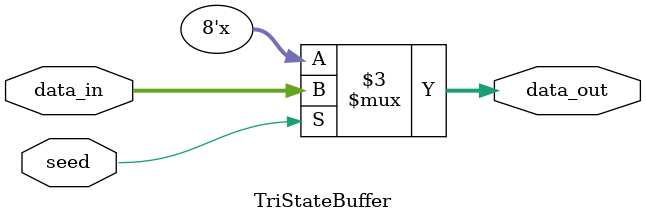
<source format=v>
module TriStateBuffer (
    seed,
    data_in,
    data_out
);
parameter RANGE = 8;
input seed;
input [RANGE-1:0] data_in;
output reg [RANGE-1:0] data_out;

always @(seed, data_in) begin
    if (seed) begin
        data_out = data_in;
    end else begin
        data_out = {RANGE{1'bz}};
    end
end

endmodule

</source>
